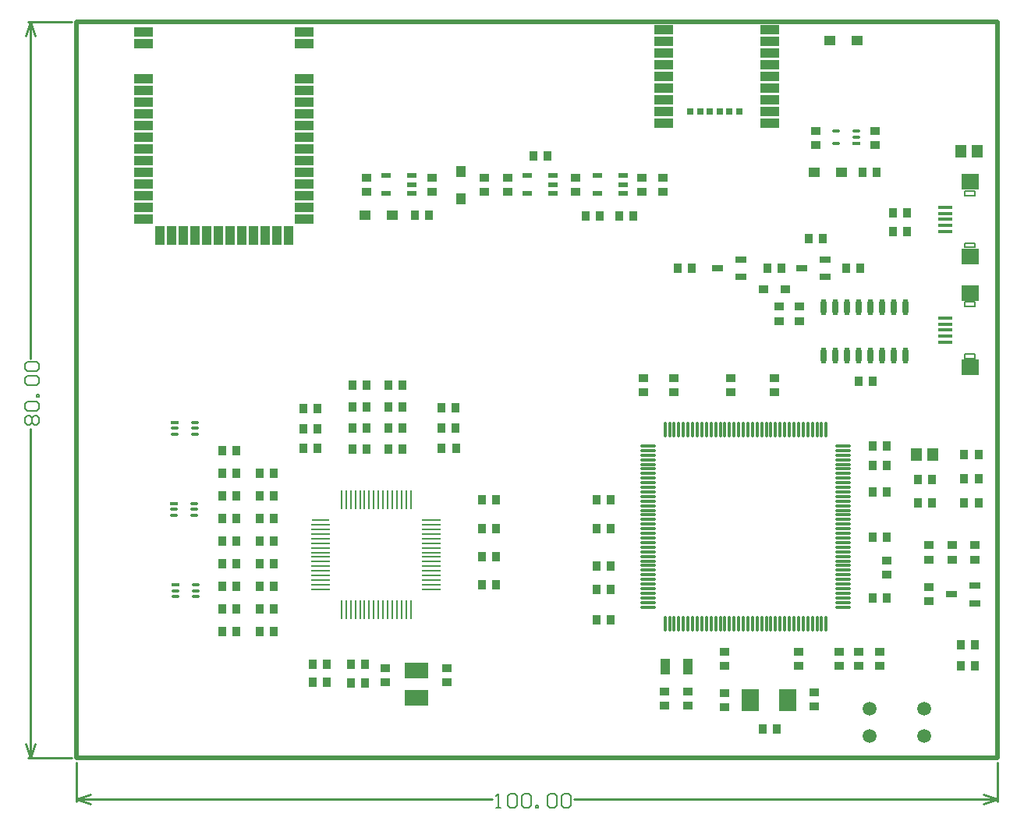
<source format=gtp>
G04*
G04 #@! TF.GenerationSoftware,Altium Limited,Altium Designer,18.1.9 (240)*
G04*
G04 Layer_Color=8421504*
%FSLAX24Y24*%
%MOIN*%
G70*
G01*
G75*
%ADD13C,0.0100*%
%ADD17C,0.0200*%
%ADD18C,0.0060*%
%ADD20C,0.0050*%
%ADD23R,0.0386X0.0366*%
%ADD24R,0.0394X0.0492*%
%ADD25R,0.0366X0.0386*%
%ADD26R,0.1024X0.0709*%
%ADD27O,0.0709X0.0110*%
%ADD28O,0.0110X0.0709*%
%ADD29O,0.0787X0.0087*%
%ADD30R,0.0787X0.0087*%
%ADD31R,0.0087X0.0787*%
%ADD32R,0.0492X0.0394*%
%ADD33R,0.0433X0.0236*%
%ADD34R,0.0492X0.0276*%
%ADD35R,0.0394X0.0327*%
%ADD36O,0.0236X0.0709*%
%ADD37O,0.0335X0.0138*%
%ADD38R,0.0335X0.0138*%
%ADD39R,0.0457X0.0579*%
%ADD40C,0.0591*%
%ADD41R,0.0748X0.0945*%
%ADD42R,0.0394X0.0709*%
%ADD43R,0.0610X0.0157*%
%ADD44R,0.0748X0.0709*%
%ADD45R,0.0787X0.0394*%
%ADD46R,0.0394X0.0787*%
%ADD47R,0.0315X0.0315*%
D13*
X-1950Y31496D02*
X-1750Y30896D01*
X-2150D02*
X-1950Y31496D01*
X-2150Y600D02*
X-1950Y-0D01*
X-1750Y600D01*
X-1950Y17098D02*
Y31496D01*
Y-0D02*
Y14078D01*
X-2050Y31496D02*
X-200D01*
X-2050Y-0D02*
X-200D01*
X0Y-1750D02*
X600Y-1550D01*
X0Y-1750D02*
X600Y-1950D01*
X38770D02*
X39370Y-1750D01*
X38770Y-1550D02*
X39370Y-1750D01*
X0D02*
X17766D01*
X21285D02*
X39370D01*
X0Y-1850D02*
Y-200D01*
X39370Y-1850D02*
Y-200D01*
D17*
X0Y31496D02*
X39370D01*
X0Y-0D02*
X39370Y0D01*
X0Y0D02*
Y31496D01*
X39370Y-0D02*
X39370Y31496D01*
D18*
X-2090Y14238D02*
X-2190Y14338D01*
Y14538D01*
X-2090Y14638D01*
X-1990D01*
X-1890Y14538D01*
X-1790Y14638D01*
X-1690D01*
X-1590Y14538D01*
Y14338D01*
X-1690Y14238D01*
X-1790D01*
X-1890Y14338D01*
X-1990Y14238D01*
X-2090D01*
X-1890Y14338D02*
Y14538D01*
X-2090Y14838D02*
X-2190Y14938D01*
Y15138D01*
X-2090Y15238D01*
X-1690D01*
X-1590Y15138D01*
Y14938D01*
X-1690Y14838D01*
X-2090D01*
X-1590Y15438D02*
X-1690D01*
Y15538D01*
X-1590D01*
Y15438D01*
X-2090Y15938D02*
X-2190Y16038D01*
Y16238D01*
X-2090Y16338D01*
X-1690D01*
X-1590Y16238D01*
Y16038D01*
X-1690Y15938D01*
X-2090D01*
Y16538D02*
X-2190Y16638D01*
Y16838D01*
X-2090Y16938D01*
X-1690D01*
X-1590Y16838D01*
Y16638D01*
X-1690Y16538D01*
X-2090D01*
X17926Y-2110D02*
X18125D01*
X18026D01*
Y-1510D01*
X17926Y-1610D01*
X18425D02*
X18525Y-1510D01*
X18725D01*
X18825Y-1610D01*
Y-2010D01*
X18725Y-2110D01*
X18525D01*
X18425Y-2010D01*
Y-1610D01*
X19025D02*
X19125Y-1510D01*
X19325D01*
X19425Y-1610D01*
Y-2010D01*
X19325Y-2110D01*
X19125D01*
X19025Y-2010D01*
Y-1610D01*
X19625Y-2110D02*
Y-2010D01*
X19725D01*
Y-2110D01*
X19625D01*
X20125Y-1610D02*
X20225Y-1510D01*
X20425D01*
X20525Y-1610D01*
Y-2010D01*
X20425Y-2110D01*
X20225D01*
X20125Y-2010D01*
Y-1610D01*
X20725D02*
X20825Y-1510D01*
X21025D01*
X21125Y-1610D01*
Y-2010D01*
X21025Y-2110D01*
X20825D01*
X20725Y-2010D01*
Y-1610D01*
D20*
X38414Y19322D02*
Y19502D01*
X37974Y19322D02*
Y19502D01*
Y19322D02*
X38414D01*
X37974Y19502D02*
X38414D01*
Y17098D02*
Y17278D01*
X37974Y17098D02*
Y17278D01*
Y17098D02*
X38414D01*
X37974Y17278D02*
X38414D01*
Y24064D02*
Y24244D01*
X37974Y24064D02*
Y24244D01*
Y24064D02*
X38414D01*
X37974Y24244D02*
X38414D01*
Y21840D02*
Y22020D01*
X37974Y21840D02*
Y22020D01*
Y21840D02*
X38414D01*
X37974Y22020D02*
X38414D01*
D23*
X25150Y2840D02*
D03*
Y2234D02*
D03*
X15850Y3856D02*
D03*
Y3250D02*
D03*
X12412Y24209D02*
D03*
Y24815D02*
D03*
X15212Y24209D02*
D03*
Y24815D02*
D03*
X21328Y24209D02*
D03*
Y24815D02*
D03*
X24163Y24209D02*
D03*
Y24815D02*
D03*
X25075Y24815D02*
D03*
Y24209D02*
D03*
X34150Y26200D02*
D03*
Y26806D02*
D03*
X31600Y26200D02*
D03*
Y26806D02*
D03*
X34643Y8440D02*
D03*
Y7834D02*
D03*
X38400Y8494D02*
D03*
Y9100D02*
D03*
X37425Y8494D02*
D03*
Y9100D02*
D03*
X36450Y9100D02*
D03*
Y8494D02*
D03*
X36450Y6700D02*
D03*
Y7306D02*
D03*
X34350Y3934D02*
D03*
Y4540D02*
D03*
X33450Y4540D02*
D03*
Y3934D02*
D03*
X32600Y4540D02*
D03*
Y3934D02*
D03*
X30867Y3947D02*
D03*
Y4553D02*
D03*
X27700Y2790D02*
D03*
Y2184D02*
D03*
X27718Y3947D02*
D03*
Y4553D02*
D03*
X26143Y2234D02*
D03*
Y2840D02*
D03*
X13200Y3856D02*
D03*
Y3250D02*
D03*
X30903Y19303D02*
D03*
Y18697D02*
D03*
X30032Y19303D02*
D03*
Y18697D02*
D03*
X17428Y24209D02*
D03*
Y24815D02*
D03*
X18428Y24815D02*
D03*
Y24209D02*
D03*
X31550Y2806D02*
D03*
Y2200D02*
D03*
X25552Y16250D02*
D03*
Y15644D02*
D03*
X29850Y16250D02*
D03*
Y15644D02*
D03*
X24250Y16250D02*
D03*
Y15644D02*
D03*
X27983Y16250D02*
D03*
Y15644D02*
D03*
D24*
X16450Y23919D02*
D03*
Y25081D02*
D03*
D25*
X35503Y22518D02*
D03*
X34897D02*
D03*
X35503Y23318D02*
D03*
X34897D02*
D03*
X10097Y4000D02*
D03*
X10703D02*
D03*
X10097Y3250D02*
D03*
X10703D02*
D03*
X12353Y4003D02*
D03*
X11747D02*
D03*
Y3200D02*
D03*
X12353D02*
D03*
X6244Y13160D02*
D03*
X6850D02*
D03*
X6244Y12192D02*
D03*
X6850D02*
D03*
X6244Y11223D02*
D03*
X6850D02*
D03*
X6244Y10254D02*
D03*
X6850D02*
D03*
X6244Y9285D02*
D03*
X6850D02*
D03*
X6244Y8316D02*
D03*
X6850D02*
D03*
X6244Y7347D02*
D03*
X6850D02*
D03*
X6244Y6378D02*
D03*
X6850D02*
D03*
X7844Y12192D02*
D03*
X8450D02*
D03*
X7844Y11223D02*
D03*
X8450D02*
D03*
X7844Y10254D02*
D03*
X8450D02*
D03*
X7844Y9285D02*
D03*
X8450D02*
D03*
X7844Y8316D02*
D03*
X8450D02*
D03*
X7844Y7347D02*
D03*
X8450D02*
D03*
X7844Y6378D02*
D03*
X8450D02*
D03*
X7844Y5409D02*
D03*
X8450D02*
D03*
X6244Y5409D02*
D03*
X6850D02*
D03*
X15062Y23218D02*
D03*
X14456D02*
D03*
X20153Y25750D02*
D03*
X19547D02*
D03*
X22381Y23168D02*
D03*
X21775D02*
D03*
X23814D02*
D03*
X23208D02*
D03*
X29547Y20950D02*
D03*
X30153D02*
D03*
X31297Y22200D02*
D03*
X31903D02*
D03*
X34050Y16100D02*
D03*
X33444D02*
D03*
X34200Y25050D02*
D03*
X33594D02*
D03*
X34653Y13350D02*
D03*
X34047D02*
D03*
X34653Y12500D02*
D03*
X34047D02*
D03*
X34653Y11387D02*
D03*
X34047D02*
D03*
X34653Y9437D02*
D03*
X34047D02*
D03*
X36565Y11925D02*
D03*
X35959D02*
D03*
X36565Y10919D02*
D03*
X35959D02*
D03*
X38558Y12991D02*
D03*
X37952D02*
D03*
X38558Y11955D02*
D03*
X37952D02*
D03*
X38558Y10919D02*
D03*
X37952D02*
D03*
X37794Y3959D02*
D03*
X38400D02*
D03*
X37794Y4850D02*
D03*
X38400D02*
D03*
X22247Y5900D02*
D03*
X22853D02*
D03*
X22247Y7200D02*
D03*
X22853D02*
D03*
X22247Y8200D02*
D03*
X22853D02*
D03*
X22247Y9833D02*
D03*
X22853D02*
D03*
X22247Y11050D02*
D03*
X22853D02*
D03*
X17347Y7400D02*
D03*
X17953D02*
D03*
X17347Y8617D02*
D03*
X17953D02*
D03*
X17347Y9833D02*
D03*
X17953D02*
D03*
X17347Y11050D02*
D03*
X17953D02*
D03*
X16222Y13234D02*
D03*
X15616D02*
D03*
X16203Y14122D02*
D03*
X15597D02*
D03*
X16213Y14977D02*
D03*
X15607D02*
D03*
X13953Y14111D02*
D03*
X13347D02*
D03*
X13347Y15022D02*
D03*
X13953D02*
D03*
X13347Y15934D02*
D03*
X13953D02*
D03*
X11803Y14111D02*
D03*
X12409D02*
D03*
X11803Y13200D02*
D03*
X12409D02*
D03*
X11803Y15022D02*
D03*
X12409D02*
D03*
X11803Y15934D02*
D03*
X12409D02*
D03*
X13953Y13200D02*
D03*
X13347D02*
D03*
X9704Y13250D02*
D03*
X10310D02*
D03*
X9704Y14087D02*
D03*
X10310D02*
D03*
X9704Y14950D02*
D03*
X10310D02*
D03*
X34653Y6858D02*
D03*
X34047D02*
D03*
X33503Y20950D02*
D03*
X32897D02*
D03*
X26303D02*
D03*
X25697D02*
D03*
X29347Y1250D02*
D03*
X29953D02*
D03*
D26*
X14534Y2569D02*
D03*
Y3750D02*
D03*
D27*
X24450Y6464D02*
D03*
Y6661D02*
D03*
Y6858D02*
D03*
Y7055D02*
D03*
Y7251D02*
D03*
Y7448D02*
D03*
Y7645D02*
D03*
Y7842D02*
D03*
Y8039D02*
D03*
Y8236D02*
D03*
Y8433D02*
D03*
Y8629D02*
D03*
Y8826D02*
D03*
Y9023D02*
D03*
Y9220D02*
D03*
Y9417D02*
D03*
Y9614D02*
D03*
Y9810D02*
D03*
Y10007D02*
D03*
Y10204D02*
D03*
Y10401D02*
D03*
Y10598D02*
D03*
Y10795D02*
D03*
Y10992D02*
D03*
Y11188D02*
D03*
Y11385D02*
D03*
Y11582D02*
D03*
Y11779D02*
D03*
Y11976D02*
D03*
Y12173D02*
D03*
Y12370D02*
D03*
Y12566D02*
D03*
Y12763D02*
D03*
Y12960D02*
D03*
Y13157D02*
D03*
Y13354D02*
D03*
X32757D02*
D03*
Y13157D02*
D03*
Y12960D02*
D03*
Y12763D02*
D03*
Y12566D02*
D03*
Y12370D02*
D03*
Y12173D02*
D03*
Y11976D02*
D03*
Y11779D02*
D03*
Y11582D02*
D03*
Y11385D02*
D03*
Y11188D02*
D03*
Y10992D02*
D03*
Y10795D02*
D03*
Y10598D02*
D03*
Y10401D02*
D03*
Y10204D02*
D03*
Y10007D02*
D03*
Y9810D02*
D03*
Y9614D02*
D03*
Y9417D02*
D03*
Y9220D02*
D03*
Y9023D02*
D03*
Y8826D02*
D03*
Y8629D02*
D03*
Y8433D02*
D03*
Y8236D02*
D03*
Y8039D02*
D03*
Y7842D02*
D03*
Y7645D02*
D03*
Y7448D02*
D03*
Y7251D02*
D03*
Y7055D02*
D03*
Y6858D02*
D03*
Y6661D02*
D03*
Y6464D02*
D03*
D28*
X25159Y14062D02*
D03*
X25356D02*
D03*
X25552D02*
D03*
X25749D02*
D03*
X25946D02*
D03*
X26143D02*
D03*
X26340D02*
D03*
X26537D02*
D03*
X26733D02*
D03*
X26930D02*
D03*
X27127D02*
D03*
X27324D02*
D03*
X27521D02*
D03*
X27718D02*
D03*
X27915D02*
D03*
X28111D02*
D03*
X28308D02*
D03*
X28505D02*
D03*
X28702D02*
D03*
X28899D02*
D03*
X29096D02*
D03*
X29293D02*
D03*
X29489D02*
D03*
X29686D02*
D03*
X29883D02*
D03*
X30080D02*
D03*
X30277D02*
D03*
X30474D02*
D03*
X30670D02*
D03*
X30867D02*
D03*
X31064D02*
D03*
X31261D02*
D03*
X31458D02*
D03*
X31655D02*
D03*
X31852D02*
D03*
X32048D02*
D03*
Y5755D02*
D03*
X31852D02*
D03*
X31655D02*
D03*
X31458D02*
D03*
X31261D02*
D03*
X31064D02*
D03*
X30867D02*
D03*
X30670D02*
D03*
X30474D02*
D03*
X30277D02*
D03*
X30080D02*
D03*
X29883D02*
D03*
X29686D02*
D03*
X29489D02*
D03*
X29293D02*
D03*
X29096D02*
D03*
X28899D02*
D03*
X28702D02*
D03*
X28505D02*
D03*
X28308D02*
D03*
X28111D02*
D03*
X27915D02*
D03*
X27718D02*
D03*
X27521D02*
D03*
X27324D02*
D03*
X27127D02*
D03*
X26930D02*
D03*
X26733D02*
D03*
X26537D02*
D03*
X26340D02*
D03*
X26143D02*
D03*
X25946D02*
D03*
X25749D02*
D03*
X25552D02*
D03*
X25356D02*
D03*
X25159D02*
D03*
D29*
X10450Y10175D02*
D03*
D30*
Y9978D02*
D03*
Y9781D02*
D03*
Y9584D02*
D03*
Y9387D02*
D03*
Y9191D02*
D03*
Y8994D02*
D03*
Y8797D02*
D03*
Y8600D02*
D03*
Y8403D02*
D03*
Y8206D02*
D03*
Y8009D02*
D03*
Y7813D02*
D03*
Y7616D02*
D03*
Y7419D02*
D03*
Y7222D02*
D03*
X15174D02*
D03*
Y7419D02*
D03*
Y7616D02*
D03*
Y7813D02*
D03*
Y8009D02*
D03*
Y8206D02*
D03*
Y8403D02*
D03*
Y8600D02*
D03*
Y8797D02*
D03*
Y8994D02*
D03*
Y9191D02*
D03*
Y9387D02*
D03*
Y9584D02*
D03*
Y9781D02*
D03*
Y9978D02*
D03*
Y10175D02*
D03*
D31*
X11336Y6336D02*
D03*
X11533D02*
D03*
X11730D02*
D03*
X11926D02*
D03*
X12123D02*
D03*
X12320D02*
D03*
X12517D02*
D03*
X12714D02*
D03*
X12911D02*
D03*
X13107D02*
D03*
X13304D02*
D03*
X13501D02*
D03*
X13698D02*
D03*
X13895D02*
D03*
X14092D02*
D03*
X14289D02*
D03*
Y11061D02*
D03*
X14092D02*
D03*
X13895D02*
D03*
X13698D02*
D03*
X13501D02*
D03*
X13304D02*
D03*
X13107D02*
D03*
X12911D02*
D03*
X12714D02*
D03*
X12517D02*
D03*
X12320D02*
D03*
X12123D02*
D03*
X11926D02*
D03*
X11730D02*
D03*
X11533D02*
D03*
X11336D02*
D03*
D32*
X12343Y23212D02*
D03*
X13505D02*
D03*
X31547Y25044D02*
D03*
X32708D02*
D03*
X33381Y30672D02*
D03*
X32219D02*
D03*
D33*
X14351Y24152D02*
D03*
Y24526D02*
D03*
Y24900D02*
D03*
X13249D02*
D03*
Y24152D02*
D03*
X20380Y24152D02*
D03*
Y24526D02*
D03*
Y24900D02*
D03*
X19277D02*
D03*
Y24152D02*
D03*
X23380D02*
D03*
Y24526D02*
D03*
Y24900D02*
D03*
X22277D02*
D03*
Y24152D02*
D03*
D34*
X28392Y20576D02*
D03*
Y21324D02*
D03*
X27408Y20950D02*
D03*
X31995Y20576D02*
D03*
Y21324D02*
D03*
X31011Y20950D02*
D03*
X38392Y6626D02*
D03*
Y7374D02*
D03*
X37408Y7000D02*
D03*
D35*
X30303Y20050D02*
D03*
X29374D02*
D03*
D36*
X31953Y17226D02*
D03*
X32453D02*
D03*
X32953D02*
D03*
X33453D02*
D03*
X33953D02*
D03*
X34453D02*
D03*
X34953D02*
D03*
X35453D02*
D03*
X31953Y19274D02*
D03*
X32453D02*
D03*
X32953D02*
D03*
X33453D02*
D03*
X33953D02*
D03*
X34453D02*
D03*
X34953D02*
D03*
X35453D02*
D03*
D37*
X32484Y26806D02*
D03*
Y26294D02*
D03*
X33350Y26806D02*
D03*
Y26550D02*
D03*
X5100Y6905D02*
D03*
Y7160D02*
D03*
Y7416D02*
D03*
X4234Y6905D02*
D03*
Y7160D02*
D03*
X5050Y10380D02*
D03*
Y10635D02*
D03*
Y10891D02*
D03*
X4184Y10380D02*
D03*
Y10635D02*
D03*
X5066Y13855D02*
D03*
Y14110D02*
D03*
Y14366D02*
D03*
X4200Y13855D02*
D03*
Y14110D02*
D03*
D38*
X33350Y26294D02*
D03*
X4234Y7416D02*
D03*
X4184Y10891D02*
D03*
X4200Y14366D02*
D03*
D39*
X38519Y25950D02*
D03*
X37819D02*
D03*
X35900Y12991D02*
D03*
X36600D02*
D03*
D40*
X36250Y950D02*
D03*
Y2131D02*
D03*
X33888Y950D02*
D03*
Y2131D02*
D03*
D41*
X28793Y2487D02*
D03*
X30407D02*
D03*
D42*
X26143Y3900D02*
D03*
X25159D02*
D03*
D43*
X37137Y18044D02*
D03*
Y18300D02*
D03*
Y17788D02*
D03*
Y18812D02*
D03*
Y18556D02*
D03*
Y22786D02*
D03*
Y23042D02*
D03*
Y22530D02*
D03*
Y23554D02*
D03*
Y23298D02*
D03*
D44*
X38220Y19894D02*
D03*
Y16706D02*
D03*
Y24637D02*
D03*
Y21448D02*
D03*
D45*
X2872Y30546D02*
D03*
Y31046D02*
D03*
X9750Y23050D02*
D03*
Y23550D02*
D03*
Y24050D02*
D03*
Y24550D02*
D03*
Y25050D02*
D03*
Y25550D02*
D03*
Y26050D02*
D03*
Y26550D02*
D03*
Y27050D02*
D03*
Y27550D02*
D03*
Y28050D02*
D03*
Y28550D02*
D03*
Y29050D02*
D03*
X2872Y23050D02*
D03*
Y23550D02*
D03*
Y24050D02*
D03*
Y24550D02*
D03*
Y25050D02*
D03*
Y25550D02*
D03*
Y26050D02*
D03*
Y26550D02*
D03*
Y27050D02*
D03*
Y27550D02*
D03*
Y28050D02*
D03*
Y28550D02*
D03*
Y29050D02*
D03*
X9750Y31046D02*
D03*
Y30546D02*
D03*
X25100Y27150D02*
D03*
Y31150D02*
D03*
Y30650D02*
D03*
Y30150D02*
D03*
Y29650D02*
D03*
Y29150D02*
D03*
Y28650D02*
D03*
Y28150D02*
D03*
Y27650D02*
D03*
X29628Y27150D02*
D03*
Y27650D02*
D03*
Y28150D02*
D03*
Y28650D02*
D03*
Y29150D02*
D03*
Y29650D02*
D03*
Y30150D02*
D03*
Y30650D02*
D03*
Y31150D02*
D03*
D46*
X9061Y22353D02*
D03*
X8561D02*
D03*
X8061D02*
D03*
X7561D02*
D03*
X7061D02*
D03*
X6561D02*
D03*
X6061D02*
D03*
X5561D02*
D03*
X5061D02*
D03*
X4561D02*
D03*
X4061D02*
D03*
X3561D02*
D03*
D47*
X26240Y27650D02*
D03*
X26660D02*
D03*
X27080D02*
D03*
X27500D02*
D03*
X27920D02*
D03*
X28340D02*
D03*
M02*

</source>
